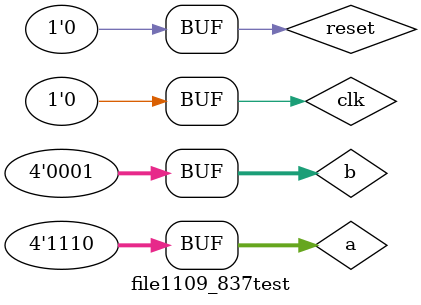
<source format=v>
`timescale 1ns / 1ps


module file1109_837test;

	// Inputs
	reg clk;
	reg reset;
	reg [3:0] a;
	reg [3:0] b;

	// Outputs
	wire [3:0] ans1;
	wire [3:0] ans2;
	wire [3:0] ans3;

	// Instantiate the Unit Under Test (UUT)
	file1109_837 uut (
		.clk(clk), 
		.reset(reset), 
		.a(a), 
		.b(b), 
		.ans1(ans1), 
		.ans2(ans2), 
		.ans3(ans3)
	);

	initial begin
		// Initialize Inputs
		clk = 0;
		reset = 0;
		a = 0;
		b = 0;

		// Wait 100 ns for global reset to finish
		#100;
        
		// Add stimulus here
		a=3;
		b=1;
		#2;
		a=-2;
		b=1;

	end
      
endmodule


</source>
